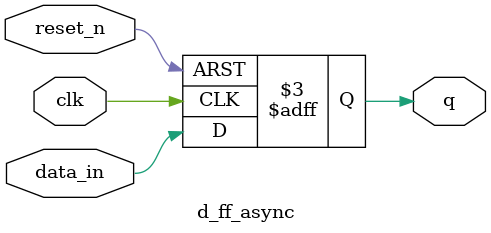
<source format=v>
module d_ff_async(input data_in, input clk, input reset_n, output reg q);

    always @(posedge clk or negedge reset_n) begin
        if(!reset_n)
            q <= 0;
        else 
            q <= data_in;
    end

endmodule 
</source>
